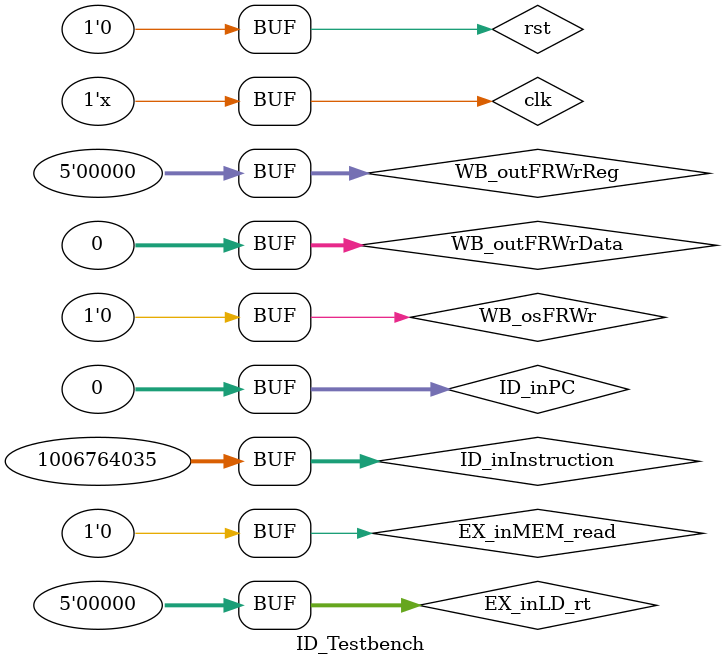
<source format=v>
`timescale 1ns / 1ps

module ID_Testbench(

    );
    
 // INPUTS
 reg    clk, rst, WB_osFRWr,EX_inMEM_read; 
 reg [4:0]    WB_outFRWrReg, EX_inLD_rt;
 reg [31:0]    ID_inPC, ID_inInstruction, WB_outFRWrData;
// OUTPUT
 wire   ID_out_isPCWrite, ID_out_isWrite_IF_ID;
 wire [1:0]   ID_outWB;
 wire [2:0]   ID_outMEM, ID_outLoadStoreType;
 wire [4:0]   ID_outLD_rt, ID_outRT_rd, ID_outFUnit_rs;
 wire [5:0]   ID_outEXE;
 wire [31:0]  ID_outPC, ID_outRegA, ID_outRegB, ID_outInstruction_ls;


    
InstructionDecode ID( // STAGE 2
     //Clock and Reset Signals
     .clk(clk),
     .rst(rst),
     
     //Input Signals
     .isFRWr(WB_osFRWr),
     .isEX_MemRead(EX_inMEM_read),
     .inFRWrAddr(WB_outFRWrReg),
     .inEX_Rt(EX_inLD_rt),
     .inPC(ID_inPC),
     .inInstruction(ID_inInstruction),
     .inFRWrData(WB_outFRWrData),
     
     //Output Signals
     .out_isPCWrite(ID_out_isPCWrite),
     .out_isWrite_IF_ID(ID_out_isWrite_IF_ID),
     .outWB(ID_outWB),
     .outMEM(ID_outMEM),
     .outEXE(ID_outEXE),
     .outLoadStoreType(ID_outLoadStoreType),
     .outLD_rt(ID_outLD_rt),
     .outRT_rd(ID_outRT_rd),
     .outFUnit_rs(ID_outFUnit_rs),
     .outPC(ID_outPC),
     .outRegA(ID_outRegA),
     .outRegB(ID_outRegB),
     .outInstruction_ls(ID_outInstruction_ls)
     );

    
    initial begin
    // PARTE 1 Cada ciclo de clock aumenta el PC y entrega la instruccion.
      clk         =   1'b0;
      rst         =   1'b1;
      WB_osFRWr = 1'b0;
      EX_inMEM_read = 1'b0; 
      WB_outFRWrReg = 5'b0;
      EX_inLD_rt = 5'b0;
      ID_inPC = 32'b0;    
      WB_outFRWrData = 32'b0;
      ID_inInstruction = 32'h00000000; 
      #20 rst         =   1'b0;    
      ID_inInstruction = 32'h3C020003; 
            
    end
    
    
 always #5 clk=~clk;  // Genero los ciclos de reloj
    
endmodule
</source>
